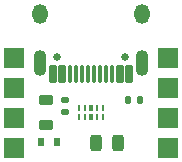
<source format=gbr>
%TF.GenerationSoftware,KiCad,Pcbnew,8.0.3*%
%TF.CreationDate,2024-10-09T18:17:50-05:00*%
%TF.ProjectId,udb-s,7564622d-732e-46b6-9963-61645f706362,rev?*%
%TF.SameCoordinates,Original*%
%TF.FileFunction,Soldermask,Top*%
%TF.FilePolarity,Negative*%
%FSLAX46Y46*%
G04 Gerber Fmt 4.6, Leading zero omitted, Abs format (unit mm)*
G04 Created by KiCad (PCBNEW 8.0.3) date 2024-10-09 18:17:50*
%MOMM*%
%LPD*%
G01*
G04 APERTURE LIST*
G04 Aperture macros list*
%AMRoundRect*
0 Rectangle with rounded corners*
0 $1 Rounding radius*
0 $2 $3 $4 $5 $6 $7 $8 $9 X,Y pos of 4 corners*
0 Add a 4 corners polygon primitive as box body*
4,1,4,$2,$3,$4,$5,$6,$7,$8,$9,$2,$3,0*
0 Add four circle primitives for the rounded corners*
1,1,$1+$1,$2,$3*
1,1,$1+$1,$4,$5*
1,1,$1+$1,$6,$7*
1,1,$1+$1,$8,$9*
0 Add four rect primitives between the rounded corners*
20,1,$1+$1,$2,$3,$4,$5,0*
20,1,$1+$1,$4,$5,$6,$7,0*
20,1,$1+$1,$6,$7,$8,$9,0*
20,1,$1+$1,$8,$9,$2,$3,0*%
%AMOutline4P*
0 Free polygon, 4 corners , with rotation*
0 The origin of the aperture is its center*
0 number of corners: always 4*
0 $1 to $8 corner X, Y*
0 $9 Rotation angle, in degrees counterclockwise*
0 create outline with 4 corners*
4,1,4,$1,$2,$3,$4,$5,$6,$7,$8,$1,$2,$9*%
G04 Aperture macros list end*
%ADD10RoundRect,0.243750X-0.243750X-0.456250X0.243750X-0.456250X0.243750X0.456250X-0.243750X0.456250X0*%
%ADD11RoundRect,0.218750X-0.381250X0.218750X-0.381250X-0.218750X0.381250X-0.218750X0.381250X0.218750X0*%
%ADD12RoundRect,0.135000X-0.185000X0.135000X-0.185000X-0.135000X0.185000X-0.135000X0.185000X0.135000X0*%
%ADD13RoundRect,0.125000X-0.000010X-0.150000X0.000010X-0.150000X0.000010X0.150000X-0.000010X0.150000X0*%
%ADD14R,0.250000X0.550000*%
%ADD15R,0.300000X0.550000*%
%ADD16C,0.650000*%
%ADD17RoundRect,0.060000X0.240000X0.665000X-0.240000X0.665000X-0.240000X-0.665000X0.240000X-0.665000X0*%
%ADD18RoundRect,0.060000X0.090000X0.665000X-0.090000X0.665000X-0.090000X-0.665000X0.090000X-0.665000X0*%
%ADD19O,1.100000X2.200000*%
%ADD20O,1.300000X1.700000*%
%ADD21R,0.600000X0.700000*%
%ADD22R,1.680000X1.680000*%
%ADD23RoundRect,0.135000X0.135000X0.185000X-0.135000X0.185000X-0.135000X-0.185000X0.135000X-0.185000X0*%
%ADD24Outline4P,-0.840000X-0.840000X0.840000X-0.840000X0.840000X0.840000X-0.840000X0.840000X180.000000*%
G04 APERTURE END LIST*
D10*
%TO.C,F1*%
X129722500Y-90420000D03*
X131597500Y-90420000D03*
%TD*%
D11*
%TO.C,FB1*%
X125480000Y-86707500D03*
X125480000Y-88832500D03*
%TD*%
D12*
%TO.C,R2*%
X127100000Y-86760000D03*
X127100000Y-87780000D03*
%TD*%
D13*
%TO.C,U1*%
X128290000Y-88165000D03*
D14*
X128790000Y-88165000D03*
D15*
X129290000Y-88165000D03*
D14*
X129790000Y-88165000D03*
X130290000Y-88165000D03*
X130290000Y-87395000D03*
X129790000Y-87395000D03*
D15*
X129290000Y-87395000D03*
D14*
X128790000Y-87395000D03*
X128290000Y-87395000D03*
%TD*%
D16*
%TO.C,J1*%
X132176000Y-83113500D03*
X126396000Y-83113500D03*
D17*
X132511000Y-84558500D03*
X131736000Y-84558500D03*
D18*
X130536000Y-84558500D03*
X129536000Y-84558500D03*
X129036000Y-84558500D03*
X128036000Y-84558500D03*
D17*
X126061000Y-84558500D03*
X126836000Y-84558500D03*
D18*
X127536000Y-84558500D03*
X128536000Y-84558500D03*
X130036000Y-84558500D03*
X131036000Y-84558500D03*
D19*
X133606000Y-83643500D03*
D20*
X133606000Y-79463500D03*
D19*
X124966000Y-83643500D03*
D20*
X124966000Y-79463500D03*
%TD*%
D21*
%TO.C,D1*%
X126450000Y-90320000D03*
X125050000Y-90320000D03*
%TD*%
D22*
%TO.C,J3*%
X122790000Y-83190000D03*
X122790000Y-85740000D03*
X122790000Y-88275000D03*
X122790000Y-90810000D03*
%TD*%
D23*
%TO.C,R1*%
X133450000Y-86720000D03*
X132430000Y-86720000D03*
%TD*%
D24*
%TO.C,J2*%
X135800000Y-90830000D03*
X135800000Y-88280000D03*
D22*
X135800000Y-85745000D03*
X135800000Y-83210000D03*
%TD*%
M02*

</source>
